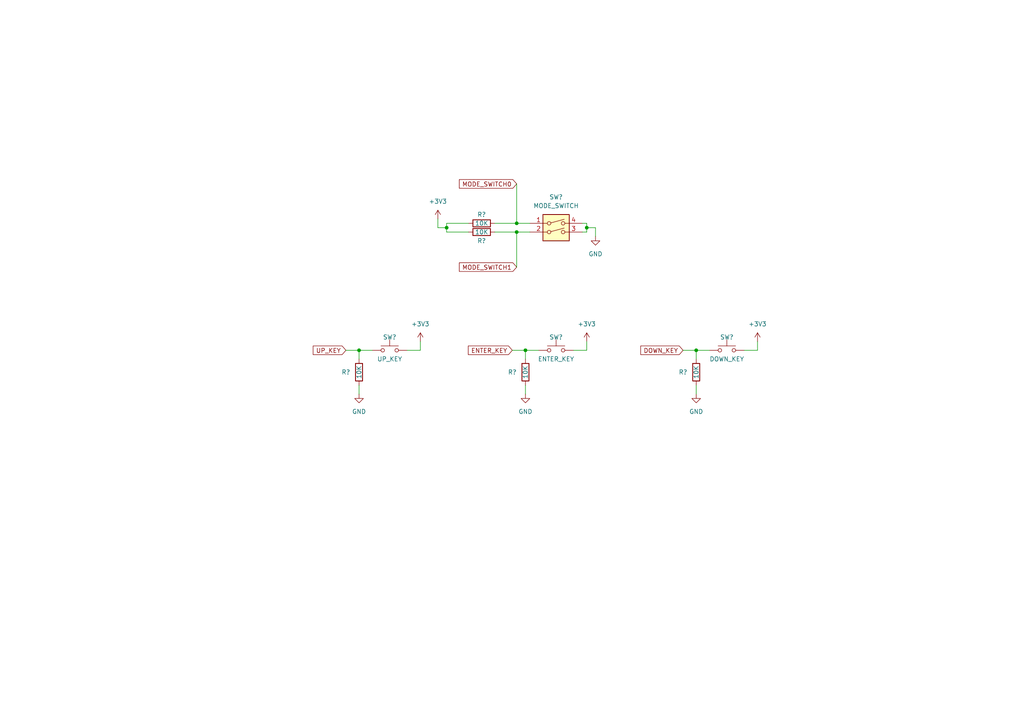
<source format=kicad_sch>
(kicad_sch (version 20230121) (generator eeschema)

  (uuid 035c806c-c357-4404-b932-956585fba178)

  (paper "A4")

  (title_block
    (title "ChronoVolt_Control")
    (date "2023-10-08")
    (rev "0.3")
    (company "Final Resolution")
  )

  (lib_symbols
    (symbol "Device:R" (pin_numbers hide) (pin_names (offset 0)) (in_bom yes) (on_board yes)
      (property "Reference" "R" (at 2.032 0 90)
        (effects (font (size 1.27 1.27)))
      )
      (property "Value" "R" (at 0 0 90)
        (effects (font (size 1.27 1.27)))
      )
      (property "Footprint" "" (at -1.778 0 90)
        (effects (font (size 1.27 1.27)) hide)
      )
      (property "Datasheet" "~" (at 0 0 0)
        (effects (font (size 1.27 1.27)) hide)
      )
      (property "ki_keywords" "R res resistor" (at 0 0 0)
        (effects (font (size 1.27 1.27)) hide)
      )
      (property "ki_description" "Resistor" (at 0 0 0)
        (effects (font (size 1.27 1.27)) hide)
      )
      (property "ki_fp_filters" "R_*" (at 0 0 0)
        (effects (font (size 1.27 1.27)) hide)
      )
      (symbol "R_0_1"
        (rectangle (start -1.016 -2.54) (end 1.016 2.54)
          (stroke (width 0.254) (type default))
          (fill (type none))
        )
      )
      (symbol "R_1_1"
        (pin passive line (at 0 3.81 270) (length 1.27)
          (name "~" (effects (font (size 1.27 1.27))))
          (number "1" (effects (font (size 1.27 1.27))))
        )
        (pin passive line (at 0 -3.81 90) (length 1.27)
          (name "~" (effects (font (size 1.27 1.27))))
          (number "2" (effects (font (size 1.27 1.27))))
        )
      )
    )
    (symbol "Switch:SW_DIP_x02" (pin_names (offset 0) hide) (in_bom yes) (on_board yes)
      (property "Reference" "SW" (at 0 6.35 0)
        (effects (font (size 1.27 1.27)))
      )
      (property "Value" "SW_DIP_x02" (at 0 -3.81 0)
        (effects (font (size 1.27 1.27)))
      )
      (property "Footprint" "" (at 0 0 0)
        (effects (font (size 1.27 1.27)) hide)
      )
      (property "Datasheet" "~" (at 0 0 0)
        (effects (font (size 1.27 1.27)) hide)
      )
      (property "ki_keywords" "dip switch" (at 0 0 0)
        (effects (font (size 1.27 1.27)) hide)
      )
      (property "ki_description" "2x DIP Switch, Single Pole Single Throw (SPST) switch, small symbol" (at 0 0 0)
        (effects (font (size 1.27 1.27)) hide)
      )
      (property "ki_fp_filters" "SW?DIP?x2*" (at 0 0 0)
        (effects (font (size 1.27 1.27)) hide)
      )
      (symbol "SW_DIP_x02_0_0"
        (circle (center -2.032 0) (radius 0.508)
          (stroke (width 0) (type default))
          (fill (type none))
        )
        (circle (center -2.032 2.54) (radius 0.508)
          (stroke (width 0) (type default))
          (fill (type none))
        )
        (polyline
          (pts
            (xy -1.524 0.127)
            (xy 2.3622 1.1684)
          )
          (stroke (width 0) (type default))
          (fill (type none))
        )
        (polyline
          (pts
            (xy -1.524 2.667)
            (xy 2.3622 3.7084)
          )
          (stroke (width 0) (type default))
          (fill (type none))
        )
        (circle (center 2.032 0) (radius 0.508)
          (stroke (width 0) (type default))
          (fill (type none))
        )
        (circle (center 2.032 2.54) (radius 0.508)
          (stroke (width 0) (type default))
          (fill (type none))
        )
      )
      (symbol "SW_DIP_x02_0_1"
        (rectangle (start -3.81 5.08) (end 3.81 -2.54)
          (stroke (width 0.254) (type default))
          (fill (type background))
        )
      )
      (symbol "SW_DIP_x02_1_1"
        (pin passive line (at -7.62 2.54 0) (length 5.08)
          (name "~" (effects (font (size 1.27 1.27))))
          (number "1" (effects (font (size 1.27 1.27))))
        )
        (pin passive line (at -7.62 0 0) (length 5.08)
          (name "~" (effects (font (size 1.27 1.27))))
          (number "2" (effects (font (size 1.27 1.27))))
        )
        (pin passive line (at 7.62 0 180) (length 5.08)
          (name "~" (effects (font (size 1.27 1.27))))
          (number "3" (effects (font (size 1.27 1.27))))
        )
        (pin passive line (at 7.62 2.54 180) (length 5.08)
          (name "~" (effects (font (size 1.27 1.27))))
          (number "4" (effects (font (size 1.27 1.27))))
        )
      )
    )
    (symbol "Switch:SW_Push" (pin_numbers hide) (pin_names (offset 1.016) hide) (in_bom yes) (on_board yes)
      (property "Reference" "SW" (at 1.27 2.54 0)
        (effects (font (size 1.27 1.27)) (justify left))
      )
      (property "Value" "SW_Push" (at 0 -1.524 0)
        (effects (font (size 1.27 1.27)))
      )
      (property "Footprint" "" (at 0 5.08 0)
        (effects (font (size 1.27 1.27)) hide)
      )
      (property "Datasheet" "~" (at 0 5.08 0)
        (effects (font (size 1.27 1.27)) hide)
      )
      (property "ki_keywords" "switch normally-open pushbutton push-button" (at 0 0 0)
        (effects (font (size 1.27 1.27)) hide)
      )
      (property "ki_description" "Push button switch, generic, two pins" (at 0 0 0)
        (effects (font (size 1.27 1.27)) hide)
      )
      (symbol "SW_Push_0_1"
        (circle (center -2.032 0) (radius 0.508)
          (stroke (width 0) (type default))
          (fill (type none))
        )
        (polyline
          (pts
            (xy 0 1.27)
            (xy 0 3.048)
          )
          (stroke (width 0) (type default))
          (fill (type none))
        )
        (polyline
          (pts
            (xy 2.54 1.27)
            (xy -2.54 1.27)
          )
          (stroke (width 0) (type default))
          (fill (type none))
        )
        (circle (center 2.032 0) (radius 0.508)
          (stroke (width 0) (type default))
          (fill (type none))
        )
        (pin passive line (at -5.08 0 0) (length 2.54)
          (name "1" (effects (font (size 1.27 1.27))))
          (number "1" (effects (font (size 1.27 1.27))))
        )
        (pin passive line (at 5.08 0 180) (length 2.54)
          (name "2" (effects (font (size 1.27 1.27))))
          (number "2" (effects (font (size 1.27 1.27))))
        )
      )
    )
    (symbol "power:+3V3" (power) (pin_names (offset 0)) (in_bom yes) (on_board yes)
      (property "Reference" "#PWR" (at 0 -3.81 0)
        (effects (font (size 1.27 1.27)) hide)
      )
      (property "Value" "+3V3" (at 0 3.556 0)
        (effects (font (size 1.27 1.27)))
      )
      (property "Footprint" "" (at 0 0 0)
        (effects (font (size 1.27 1.27)) hide)
      )
      (property "Datasheet" "" (at 0 0 0)
        (effects (font (size 1.27 1.27)) hide)
      )
      (property "ki_keywords" "global power" (at 0 0 0)
        (effects (font (size 1.27 1.27)) hide)
      )
      (property "ki_description" "Power symbol creates a global label with name \"+3V3\"" (at 0 0 0)
        (effects (font (size 1.27 1.27)) hide)
      )
      (symbol "+3V3_0_1"
        (polyline
          (pts
            (xy -0.762 1.27)
            (xy 0 2.54)
          )
          (stroke (width 0) (type default))
          (fill (type none))
        )
        (polyline
          (pts
            (xy 0 0)
            (xy 0 2.54)
          )
          (stroke (width 0) (type default))
          (fill (type none))
        )
        (polyline
          (pts
            (xy 0 2.54)
            (xy 0.762 1.27)
          )
          (stroke (width 0) (type default))
          (fill (type none))
        )
      )
      (symbol "+3V3_1_1"
        (pin power_in line (at 0 0 90) (length 0) hide
          (name "+3V3" (effects (font (size 1.27 1.27))))
          (number "1" (effects (font (size 1.27 1.27))))
        )
      )
    )
    (symbol "power:GND" (power) (pin_names (offset 0)) (in_bom yes) (on_board yes)
      (property "Reference" "#PWR" (at 0 -6.35 0)
        (effects (font (size 1.27 1.27)) hide)
      )
      (property "Value" "GND" (at 0 -3.81 0)
        (effects (font (size 1.27 1.27)))
      )
      (property "Footprint" "" (at 0 0 0)
        (effects (font (size 1.27 1.27)) hide)
      )
      (property "Datasheet" "" (at 0 0 0)
        (effects (font (size 1.27 1.27)) hide)
      )
      (property "ki_keywords" "global power" (at 0 0 0)
        (effects (font (size 1.27 1.27)) hide)
      )
      (property "ki_description" "Power symbol creates a global label with name \"GND\" , ground" (at 0 0 0)
        (effects (font (size 1.27 1.27)) hide)
      )
      (symbol "GND_0_1"
        (polyline
          (pts
            (xy 0 0)
            (xy 0 -1.27)
            (xy 1.27 -1.27)
            (xy 0 -2.54)
            (xy -1.27 -1.27)
            (xy 0 -1.27)
          )
          (stroke (width 0) (type default))
          (fill (type none))
        )
      )
      (symbol "GND_1_1"
        (pin power_in line (at 0 0 270) (length 0) hide
          (name "GND" (effects (font (size 1.27 1.27))))
          (number "1" (effects (font (size 1.27 1.27))))
        )
      )
    )
  )

  (junction (at 104.14 101.6) (diameter 0) (color 0 0 0 0)
    (uuid 09372967-533f-4c0f-be81-3214b3ec84bc)
  )
  (junction (at 129.54 66.04) (diameter 0) (color 0 0 0 0)
    (uuid 19d6db99-dda5-4b8c-82aa-18981bb47a1b)
  )
  (junction (at 152.4 101.6) (diameter 0) (color 0 0 0 0)
    (uuid 8d410fc0-9c66-4298-ab8c-5973666b1c75)
  )
  (junction (at 170.18 66.04) (diameter 0) (color 0 0 0 0)
    (uuid ba0675ac-d949-4fb6-81d2-fdfb14f742e9)
  )
  (junction (at 149.86 67.31) (diameter 0) (color 0 0 0 0)
    (uuid c1e5ff0b-1043-4ea9-9c55-20349d31f44f)
  )
  (junction (at 149.86 64.77) (diameter 0) (color 0 0 0 0)
    (uuid d414542a-eff8-427c-8f08-f0b51f3bb218)
  )
  (junction (at 201.93 101.6) (diameter 0) (color 0 0 0 0)
    (uuid e31067da-3522-4534-b214-f6451c1b982c)
  )

  (wire (pts (xy 100.33 101.6) (xy 104.14 101.6))
    (stroke (width 0) (type default))
    (uuid 04dec386-da61-4481-ad49-40f9fa4532a9)
  )
  (wire (pts (xy 170.18 66.04) (xy 172.72 66.04))
    (stroke (width 0) (type default))
    (uuid 0717d526-7722-484e-92d7-b5c7d21a3c47)
  )
  (wire (pts (xy 127 66.04) (xy 129.54 66.04))
    (stroke (width 0) (type default))
    (uuid 077db78f-973c-4f29-bf3f-1183771edaec)
  )
  (wire (pts (xy 170.18 64.77) (xy 170.18 66.04))
    (stroke (width 0) (type default))
    (uuid 0cae0fee-162d-4429-b3f7-3d7db227c8fa)
  )
  (wire (pts (xy 149.86 53.34) (xy 149.86 64.77))
    (stroke (width 0) (type default))
    (uuid 0e8491df-788d-4c1f-b1a8-1baf2fea08cb)
  )
  (wire (pts (xy 198.12 101.6) (xy 201.93 101.6))
    (stroke (width 0) (type default))
    (uuid 1994ff50-cbd7-4485-9d91-ab2cf38d261d)
  )
  (wire (pts (xy 168.91 67.31) (xy 170.18 67.31))
    (stroke (width 0) (type default))
    (uuid 1c6d6625-2573-40dd-94db-0610f0499003)
  )
  (wire (pts (xy 149.86 67.31) (xy 153.67 67.31))
    (stroke (width 0) (type default))
    (uuid 2c6421ee-11ff-41c8-82bd-b4ef7a0866d2)
  )
  (wire (pts (xy 135.89 64.77) (xy 129.54 64.77))
    (stroke (width 0) (type default))
    (uuid 30a4d8a9-81eb-4e54-aab2-321a3e611827)
  )
  (wire (pts (xy 166.37 101.6) (xy 170.18 101.6))
    (stroke (width 0) (type default))
    (uuid 4342aa8b-9c08-4fcc-9497-a79c2b97b350)
  )
  (wire (pts (xy 148.59 101.6) (xy 152.4 101.6))
    (stroke (width 0) (type default))
    (uuid 4f702667-b62b-445f-9c3a-1738beb22bc9)
  )
  (wire (pts (xy 143.51 67.31) (xy 149.86 67.31))
    (stroke (width 0) (type default))
    (uuid 517e4e31-c1a4-4b10-bc17-d202e2df0d61)
  )
  (wire (pts (xy 219.71 101.6) (xy 219.71 99.06))
    (stroke (width 0) (type default))
    (uuid 712a4dd3-cdd4-40b4-b408-3f612c7775dc)
  )
  (wire (pts (xy 152.4 101.6) (xy 152.4 104.14))
    (stroke (width 0) (type default))
    (uuid 76186865-3ed9-40e6-916c-a2308dc762c5)
  )
  (wire (pts (xy 215.9 101.6) (xy 219.71 101.6))
    (stroke (width 0) (type default))
    (uuid 77f1e718-9d4e-4940-b3c2-11dd302c32eb)
  )
  (wire (pts (xy 149.86 64.77) (xy 153.67 64.77))
    (stroke (width 0) (type default))
    (uuid 8479b9bc-9c0c-4554-951d-700165324b79)
  )
  (wire (pts (xy 118.11 101.6) (xy 121.92 101.6))
    (stroke (width 0) (type default))
    (uuid 85ffd08d-9fbd-47ff-baa9-4da03dd10b85)
  )
  (wire (pts (xy 152.4 101.6) (xy 156.21 101.6))
    (stroke (width 0) (type default))
    (uuid 8d904f3c-8f83-4d64-b479-edebf540bd5f)
  )
  (wire (pts (xy 129.54 66.04) (xy 129.54 67.31))
    (stroke (width 0) (type default))
    (uuid 9439b77c-1d25-4d86-884c-e1cacdf724d2)
  )
  (wire (pts (xy 129.54 67.31) (xy 135.89 67.31))
    (stroke (width 0) (type default))
    (uuid a16f460a-f2f8-4ec7-91e7-1cbe994b2b1a)
  )
  (wire (pts (xy 129.54 64.77) (xy 129.54 66.04))
    (stroke (width 0) (type default))
    (uuid a4653c71-16ec-48af-92ce-4d53e943d675)
  )
  (wire (pts (xy 127 63.5) (xy 127 66.04))
    (stroke (width 0) (type default))
    (uuid a4690e5e-67d7-4898-aec9-dce639c7d802)
  )
  (wire (pts (xy 201.93 111.76) (xy 201.93 114.3))
    (stroke (width 0) (type default))
    (uuid a5b90187-2e6f-4af5-989b-e1004d4f5a2f)
  )
  (wire (pts (xy 143.51 64.77) (xy 149.86 64.77))
    (stroke (width 0) (type default))
    (uuid badb6071-9200-49ee-b74a-5405e108357e)
  )
  (wire (pts (xy 149.86 67.31) (xy 149.86 77.47))
    (stroke (width 0) (type default))
    (uuid c451c053-f24e-4b59-871d-2c57978fd43b)
  )
  (wire (pts (xy 168.91 64.77) (xy 170.18 64.77))
    (stroke (width 0) (type default))
    (uuid c5a923f5-c124-40c8-b85d-972cee9c69e4)
  )
  (wire (pts (xy 170.18 66.04) (xy 170.18 67.31))
    (stroke (width 0) (type default))
    (uuid c87f3d98-d18a-4cf7-aab3-e7b645eb3fd9)
  )
  (wire (pts (xy 104.14 111.76) (xy 104.14 114.3))
    (stroke (width 0) (type default))
    (uuid d1ca5057-db9e-44c3-992d-601131d4d92d)
  )
  (wire (pts (xy 170.18 101.6) (xy 170.18 99.06))
    (stroke (width 0) (type default))
    (uuid d4dde473-1be1-433a-b8a4-d79d2a67d2f4)
  )
  (wire (pts (xy 104.14 101.6) (xy 107.95 101.6))
    (stroke (width 0) (type default))
    (uuid d7e24bf0-7dda-4737-9a19-11fe39a0bdab)
  )
  (wire (pts (xy 201.93 101.6) (xy 201.93 104.14))
    (stroke (width 0) (type default))
    (uuid d9bcbf04-fd7f-4329-b84b-563c162d4e6b)
  )
  (wire (pts (xy 201.93 101.6) (xy 205.74 101.6))
    (stroke (width 0) (type default))
    (uuid dc214c5f-753c-4d95-9890-b21aec11ca84)
  )
  (wire (pts (xy 121.92 101.6) (xy 121.92 99.06))
    (stroke (width 0) (type default))
    (uuid e5b7e402-828b-4645-8d67-ee103b338d1f)
  )
  (wire (pts (xy 172.72 68.58) (xy 172.72 66.04))
    (stroke (width 0) (type default))
    (uuid ec558e2a-db09-420f-890d-87d034d79635)
  )
  (wire (pts (xy 152.4 111.76) (xy 152.4 114.3))
    (stroke (width 0) (type default))
    (uuid ef3c7d0b-0470-4c33-b571-2aa5a11acda1)
  )
  (wire (pts (xy 104.14 101.6) (xy 104.14 104.14))
    (stroke (width 0) (type default))
    (uuid ef6d7fe4-f419-492f-80da-bab7b96df943)
  )

  (global_label "DOWN_KEY" (shape input) (at 198.12 101.6 180) (fields_autoplaced)
    (effects (font (size 1.27 1.27)) (justify right))
    (uuid 44aad026-f278-4642-b21b-fc60a67f3266)
    (property "Intersheetrefs" "${INTERSHEET_REFS}" (at 185.8493 101.5206 0)
      (effects (font (size 1.27 1.27)) (justify right))
    )
  )
  (global_label "UP_KEY" (shape input) (at 100.33 101.6 180) (fields_autoplaced)
    (effects (font (size 1.27 1.27)) (justify right))
    (uuid 91b9857a-b6d1-409e-88bb-0ae81e624a9b)
    (property "Intersheetrefs" "${INTERSHEET_REFS}" (at 90.8412 101.5206 0)
      (effects (font (size 1.27 1.27)) (justify right))
    )
  )
  (global_label "MODE_SWITCH1" (shape input) (at 149.86 77.47 180) (fields_autoplaced)
    (effects (font (size 1.27 1.27)) (justify right))
    (uuid c307594e-0e13-47ca-a5b6-c8bf6006d88c)
    (property "Intersheetrefs" "${INTERSHEET_REFS}" (at 133.235 77.3906 0)
      (effects (font (size 1.27 1.27)) (justify right))
    )
  )
  (global_label "MODE_SWITCH0" (shape input) (at 149.86 53.34 180) (fields_autoplaced)
    (effects (font (size 1.27 1.27)) (justify right))
    (uuid c9f9dce5-c831-4275-8775-9c29166e0d4b)
    (property "Intersheetrefs" "${INTERSHEET_REFS}" (at 133.235 53.2606 0)
      (effects (font (size 1.27 1.27)) (justify right))
    )
  )
  (global_label "ENTER_KEY" (shape input) (at 148.59 101.6 180) (fields_autoplaced)
    (effects (font (size 1.27 1.27)) (justify right))
    (uuid ced0475c-4afd-4aba-a336-bb83f07ee90f)
    (property "Intersheetrefs" "${INTERSHEET_REFS}" (at 135.3429 101.6 0)
      (effects (font (size 1.27 1.27)) (justify right))
    )
  )

  (symbol (lib_id "power:+3V3") (at 127 63.5 0) (unit 1)
    (in_bom yes) (on_board yes) (dnp no) (fields_autoplaced)
    (uuid 07652b56-873d-47a4-94a0-523fba6b5f0a)
    (property "Reference" "#PWR?" (at 127 67.31 0)
      (effects (font (size 1.27 1.27)) hide)
    )
    (property "Value" "+3V3" (at 127 58.42 0)
      (effects (font (size 1.27 1.27)))
    )
    (property "Footprint" "" (at 127 63.5 0)
      (effects (font (size 1.27 1.27)) hide)
    )
    (property "Datasheet" "" (at 127 63.5 0)
      (effects (font (size 1.27 1.27)) hide)
    )
    (pin "1" (uuid 0f984fa1-2e0c-4340-a2a7-16398b07c373))
    (instances
      (project "Slug-75"
        (path "/10ae08b6-c98d-4dca-bdd1-a6bdf826a88b/fc50fc01-b8d0-4389-8be8-2160b97d94b3"
          (reference "#PWR?") (unit 1)
        )
      )
      (project "ChronoVolt_Control"
        (path "/cceb3d39-99f1-4cc7-aa1d-f414cbebc8ea/8abcd0a2-67b8-4e2f-89b1-c04d6c17104c"
          (reference "#PWR079") (unit 1)
        )
      )
    )
  )

  (symbol (lib_id "Switch:SW_DIP_x02") (at 161.29 67.31 0) (unit 1)
    (in_bom yes) (on_board yes) (dnp no) (fields_autoplaced)
    (uuid 1ac8b3d0-71d4-42a3-ba41-20066c1738d5)
    (property "Reference" "SW?" (at 161.29 57.15 0)
      (effects (font (size 1.27 1.27)))
    )
    (property "Value" "MODE_SWITCH" (at 161.29 59.69 0)
      (effects (font (size 1.27 1.27)))
    )
    (property "Footprint" "Button_Switch_SMD:SW_DIP_SPSTx02_Slide_6.7x6.64mm_W8.61mm_P2.54mm_LowProfile" (at 161.29 67.31 0)
      (effects (font (size 1.27 1.27)) hide)
    )
    (property "Datasheet" "~" (at 161.29 67.31 0)
      (effects (font (size 1.27 1.27)) hide)
    )
    (pin "1" (uuid 8cf43d2b-fb84-43c9-b847-779fa2f54af5))
    (pin "2" (uuid 2bba9d91-48be-47a3-9d37-d438825806f0))
    (pin "3" (uuid a496021d-13cc-41de-b5de-6eab42afc367))
    (pin "4" (uuid 9ca83249-1d81-4f2a-820b-51e1b34a0719))
    (instances
      (project "Final_MIX-EXP"
        (path "/57d1654d-9c25-44d8-bc57-77f170ab94a5/9954bea2-fac6-4d73-97b3-363f005c9f3e"
          (reference "SW?") (unit 1)
        )
      )
      (project "ChronoVolt_Control"
        (path "/cceb3d39-99f1-4cc7-aa1d-f414cbebc8ea/8abcd0a2-67b8-4e2f-89b1-c04d6c17104c"
          (reference "SW6") (unit 1)
        )
      )
    )
  )

  (symbol (lib_id "power:GND") (at 152.4 114.3 0) (unit 1)
    (in_bom yes) (on_board yes) (dnp no) (fields_autoplaced)
    (uuid 29f2eae2-775c-4f0a-8010-b29a2acd35be)
    (property "Reference" "#PWR?" (at 152.4 120.65 0)
      (effects (font (size 1.27 1.27)) hide)
    )
    (property "Value" "GND" (at 152.4 119.38 0)
      (effects (font (size 1.27 1.27)))
    )
    (property "Footprint" "" (at 152.4 114.3 0)
      (effects (font (size 1.27 1.27)) hide)
    )
    (property "Datasheet" "" (at 152.4 114.3 0)
      (effects (font (size 1.27 1.27)) hide)
    )
    (pin "1" (uuid 134b7b87-ca2a-42d0-87d3-4fd165854184))
    (instances
      (project "Final_MIX-EXP"
        (path "/57d1654d-9c25-44d8-bc57-77f170ab94a5/9954bea2-fac6-4d73-97b3-363f005c9f3e"
          (reference "#PWR?") (unit 1)
        )
      )
      (project "ChronoVolt_Control"
        (path "/cceb3d39-99f1-4cc7-aa1d-f414cbebc8ea/8abcd0a2-67b8-4e2f-89b1-c04d6c17104c"
          (reference "#PWR080") (unit 1)
        )
      )
    )
  )

  (symbol (lib_id "power:+3V3") (at 219.71 99.06 0) (unit 1)
    (in_bom yes) (on_board yes) (dnp no) (fields_autoplaced)
    (uuid 409254d7-349b-406d-9d5f-c60b8f50f999)
    (property "Reference" "#PWR?" (at 219.71 102.87 0)
      (effects (font (size 1.27 1.27)) hide)
    )
    (property "Value" "+3V3" (at 219.71 93.98 0)
      (effects (font (size 1.27 1.27)))
    )
    (property "Footprint" "" (at 219.71 99.06 0)
      (effects (font (size 1.27 1.27)) hide)
    )
    (property "Datasheet" "" (at 219.71 99.06 0)
      (effects (font (size 1.27 1.27)) hide)
    )
    (pin "1" (uuid e9a8863f-fd8e-491b-b090-27e512af49e3))
    (instances
      (project "Slug-75"
        (path "/10ae08b6-c98d-4dca-bdd1-a6bdf826a88b/fc50fc01-b8d0-4389-8be8-2160b97d94b3"
          (reference "#PWR?") (unit 1)
        )
      )
      (project "ChronoVolt_Control"
        (path "/cceb3d39-99f1-4cc7-aa1d-f414cbebc8ea/8abcd0a2-67b8-4e2f-89b1-c04d6c17104c"
          (reference "#PWR084") (unit 1)
        )
      )
    )
  )

  (symbol (lib_id "Device:R") (at 152.4 107.95 0) (unit 1)
    (in_bom yes) (on_board yes) (dnp no)
    (uuid 540ca42f-a317-4433-98a1-8e62dd9d7f3f)
    (property "Reference" "R?" (at 148.59 107.95 0)
      (effects (font (size 1.27 1.27)))
    )
    (property "Value" "10K" (at 152.4 107.95 90)
      (effects (font (size 1.27 1.27)))
    )
    (property "Footprint" "Resistor_SMD:R_0603_1608Metric" (at 150.622 107.95 90)
      (effects (font (size 1.27 1.27)) hide)
    )
    (property "Datasheet" "~" (at 152.4 107.95 0)
      (effects (font (size 1.27 1.27)) hide)
    )
    (pin "1" (uuid dd688f89-808e-4515-ae24-d380fd3b66b0))
    (pin "2" (uuid 404c3101-a208-4ea2-be6d-c059fde75a7c))
    (instances
      (project "Final_MIX-EXP"
        (path "/57d1654d-9c25-44d8-bc57-77f170ab94a5/9954bea2-fac6-4d73-97b3-363f005c9f3e"
          (reference "R?") (unit 1)
        )
      )
      (project "ChronoVolt_Control"
        (path "/cceb3d39-99f1-4cc7-aa1d-f414cbebc8ea/8abcd0a2-67b8-4e2f-89b1-c04d6c17104c"
          (reference "R39") (unit 1)
        )
      )
    )
  )

  (symbol (lib_id "power:+3V3") (at 121.92 99.06 0) (unit 1)
    (in_bom yes) (on_board yes) (dnp no) (fields_autoplaced)
    (uuid 566c564d-48ac-414b-9e39-088f64c81c96)
    (property "Reference" "#PWR?" (at 121.92 102.87 0)
      (effects (font (size 1.27 1.27)) hide)
    )
    (property "Value" "+3V3" (at 121.92 93.98 0)
      (effects (font (size 1.27 1.27)))
    )
    (property "Footprint" "" (at 121.92 99.06 0)
      (effects (font (size 1.27 1.27)) hide)
    )
    (property "Datasheet" "" (at 121.92 99.06 0)
      (effects (font (size 1.27 1.27)) hide)
    )
    (pin "1" (uuid 13c6fe16-b695-4727-91c6-176b535a0128))
    (instances
      (project "Slug-75"
        (path "/10ae08b6-c98d-4dca-bdd1-a6bdf826a88b/fc50fc01-b8d0-4389-8be8-2160b97d94b3"
          (reference "#PWR?") (unit 1)
        )
      )
      (project "ChronoVolt_Control"
        (path "/cceb3d39-99f1-4cc7-aa1d-f414cbebc8ea/8abcd0a2-67b8-4e2f-89b1-c04d6c17104c"
          (reference "#PWR078") (unit 1)
        )
      )
    )
  )

  (symbol (lib_id "power:GND") (at 104.14 114.3 0) (unit 1)
    (in_bom yes) (on_board yes) (dnp no)
    (uuid 6487e354-24f6-464d-83ba-ff3b889c0d35)
    (property "Reference" "#PWR?" (at 104.14 120.65 0)
      (effects (font (size 1.27 1.27)) hide)
    )
    (property "Value" "GND" (at 104.14 119.38 0)
      (effects (font (size 1.27 1.27)))
    )
    (property "Footprint" "" (at 104.14 114.3 0)
      (effects (font (size 1.27 1.27)) hide)
    )
    (property "Datasheet" "" (at 104.14 114.3 0)
      (effects (font (size 1.27 1.27)) hide)
    )
    (pin "1" (uuid 0689f40f-81bf-4a50-a3e5-0cacc4b5525c))
    (instances
      (project "Final_MIX-EXP"
        (path "/57d1654d-9c25-44d8-bc57-77f170ab94a5/9954bea2-fac6-4d73-97b3-363f005c9f3e"
          (reference "#PWR?") (unit 1)
        )
      )
      (project "ChronoVolt_Control"
        (path "/cceb3d39-99f1-4cc7-aa1d-f414cbebc8ea/8abcd0a2-67b8-4e2f-89b1-c04d6c17104c"
          (reference "#PWR077") (unit 1)
        )
      )
    )
  )

  (symbol (lib_id "Device:R") (at 139.7 67.31 270) (unit 1)
    (in_bom yes) (on_board yes) (dnp no)
    (uuid 64eb50d2-d794-4cf4-9ff8-1dc9323ba432)
    (property "Reference" "R?" (at 139.7 69.85 90)
      (effects (font (size 1.27 1.27)))
    )
    (property "Value" "10K" (at 139.7 67.31 90)
      (effects (font (size 1.27 1.27)))
    )
    (property "Footprint" "Resistor_SMD:R_0603_1608Metric" (at 139.7 65.532 90)
      (effects (font (size 1.27 1.27)) hide)
    )
    (property "Datasheet" "~" (at 139.7 67.31 0)
      (effects (font (size 1.27 1.27)) hide)
    )
    (pin "1" (uuid 848fb172-572f-4bc5-aefa-36980856991b))
    (pin "2" (uuid 6355f3e7-aa94-49c6-970e-96102b9d696f))
    (instances
      (project "Final_MIX-EXP"
        (path "/57d1654d-9c25-44d8-bc57-77f170ab94a5/9954bea2-fac6-4d73-97b3-363f005c9f3e"
          (reference "R?") (unit 1)
        )
      )
      (project "ChronoVolt_Control"
        (path "/cceb3d39-99f1-4cc7-aa1d-f414cbebc8ea/8abcd0a2-67b8-4e2f-89b1-c04d6c17104c"
          (reference "R38") (unit 1)
        )
      )
    )
  )

  (symbol (lib_id "Device:R") (at 139.7 64.77 270) (unit 1)
    (in_bom yes) (on_board yes) (dnp no)
    (uuid 65eb409c-f2ad-478d-8837-23a04616fd2f)
    (property "Reference" "R?" (at 139.7 62.23 90)
      (effects (font (size 1.27 1.27)))
    )
    (property "Value" "10K" (at 139.7 64.77 90)
      (effects (font (size 1.27 1.27)))
    )
    (property "Footprint" "Resistor_SMD:R_0603_1608Metric" (at 139.7 62.992 90)
      (effects (font (size 1.27 1.27)) hide)
    )
    (property "Datasheet" "~" (at 139.7 64.77 0)
      (effects (font (size 1.27 1.27)) hide)
    )
    (pin "1" (uuid f7278457-8edf-48da-b105-2897987b30ea))
    (pin "2" (uuid dce34e20-0058-4e40-a083-edd177cef5eb))
    (instances
      (project "Final_MIX-EXP"
        (path "/57d1654d-9c25-44d8-bc57-77f170ab94a5/9954bea2-fac6-4d73-97b3-363f005c9f3e"
          (reference "R?") (unit 1)
        )
      )
      (project "ChronoVolt_Control"
        (path "/cceb3d39-99f1-4cc7-aa1d-f414cbebc8ea/8abcd0a2-67b8-4e2f-89b1-c04d6c17104c"
          (reference "R37") (unit 1)
        )
      )
    )
  )

  (symbol (lib_id "power:+3V3") (at 170.18 99.06 0) (unit 1)
    (in_bom yes) (on_board yes) (dnp no) (fields_autoplaced)
    (uuid 6e505e3e-01f4-4682-af81-0b932e642674)
    (property "Reference" "#PWR?" (at 170.18 102.87 0)
      (effects (font (size 1.27 1.27)) hide)
    )
    (property "Value" "+3V3" (at 170.18 93.98 0)
      (effects (font (size 1.27 1.27)))
    )
    (property "Footprint" "" (at 170.18 99.06 0)
      (effects (font (size 1.27 1.27)) hide)
    )
    (property "Datasheet" "" (at 170.18 99.06 0)
      (effects (font (size 1.27 1.27)) hide)
    )
    (pin "1" (uuid 8b902de2-202b-40f0-9c27-2a9da1a4bc53))
    (instances
      (project "Slug-75"
        (path "/10ae08b6-c98d-4dca-bdd1-a6bdf826a88b/fc50fc01-b8d0-4389-8be8-2160b97d94b3"
          (reference "#PWR?") (unit 1)
        )
      )
      (project "ChronoVolt_Control"
        (path "/cceb3d39-99f1-4cc7-aa1d-f414cbebc8ea/8abcd0a2-67b8-4e2f-89b1-c04d6c17104c"
          (reference "#PWR081") (unit 1)
        )
      )
    )
  )

  (symbol (lib_id "Switch:SW_Push") (at 161.29 101.6 0) (unit 1)
    (in_bom yes) (on_board yes) (dnp no)
    (uuid 7247e29b-2493-4dcb-a2bb-38165cd635fd)
    (property "Reference" "SW?" (at 161.29 97.79 0)
      (effects (font (size 1.27 1.27)))
    )
    (property "Value" "ENTER_KEY" (at 161.29 104.14 0)
      (effects (font (size 1.27 1.27)))
    )
    (property "Footprint" "Button_Switch_SMD:SW_SPST_TL3342" (at 161.29 96.52 0)
      (effects (font (size 1.27 1.27)) hide)
    )
    (property "Datasheet" "~" (at 161.29 96.52 0)
      (effects (font (size 1.27 1.27)) hide)
    )
    (pin "1" (uuid 10411df8-1bec-4f09-afe9-db13032235f3))
    (pin "2" (uuid 5b67c466-b0f8-40a9-b564-3a579f694e02))
    (instances
      (project "Final_MIX-EXP"
        (path "/57d1654d-9c25-44d8-bc57-77f170ab94a5/9954bea2-fac6-4d73-97b3-363f005c9f3e"
          (reference "SW?") (unit 1)
        )
      )
      (project "ChronoVolt_Control"
        (path "/cceb3d39-99f1-4cc7-aa1d-f414cbebc8ea/8abcd0a2-67b8-4e2f-89b1-c04d6c17104c"
          (reference "SW7") (unit 1)
        )
      )
    )
  )

  (symbol (lib_id "Device:R") (at 201.93 107.95 0) (unit 1)
    (in_bom yes) (on_board yes) (dnp no)
    (uuid 8f07dbd2-1ae9-44c6-a3f3-60625aa665c7)
    (property "Reference" "R?" (at 198.12 107.95 0)
      (effects (font (size 1.27 1.27)))
    )
    (property "Value" "10K" (at 201.93 107.95 90)
      (effects (font (size 1.27 1.27)))
    )
    (property "Footprint" "Resistor_SMD:R_0603_1608Metric" (at 200.152 107.95 90)
      (effects (font (size 1.27 1.27)) hide)
    )
    (property "Datasheet" "~" (at 201.93 107.95 0)
      (effects (font (size 1.27 1.27)) hide)
    )
    (pin "1" (uuid a23a3bee-50ff-4742-85de-d11472bd6ae6))
    (pin "2" (uuid bb4c43d1-2f4e-46fd-9ddf-cd8a216d1f19))
    (instances
      (project "Final_MIX-EXP"
        (path "/57d1654d-9c25-44d8-bc57-77f170ab94a5/9954bea2-fac6-4d73-97b3-363f005c9f3e"
          (reference "R?") (unit 1)
        )
      )
      (project "ChronoVolt_Control"
        (path "/cceb3d39-99f1-4cc7-aa1d-f414cbebc8ea/8abcd0a2-67b8-4e2f-89b1-c04d6c17104c"
          (reference "R40") (unit 1)
        )
      )
    )
  )

  (symbol (lib_id "Switch:SW_Push") (at 210.82 101.6 0) (unit 1)
    (in_bom yes) (on_board yes) (dnp no)
    (uuid 9b684390-5f57-4c09-b6b3-f1ca519b46da)
    (property "Reference" "SW?" (at 210.82 97.79 0)
      (effects (font (size 1.27 1.27)))
    )
    (property "Value" "DOWN_KEY" (at 210.82 104.14 0)
      (effects (font (size 1.27 1.27)))
    )
    (property "Footprint" "Button_Switch_SMD:SW_SPST_TL3342" (at 210.82 96.52 0)
      (effects (font (size 1.27 1.27)) hide)
    )
    (property "Datasheet" "~" (at 210.82 96.52 0)
      (effects (font (size 1.27 1.27)) hide)
    )
    (pin "1" (uuid b2810777-8f30-4bf0-8b7a-078176f4e0d1))
    (pin "2" (uuid 33e4fd92-a5de-4361-95d7-e728e210c8dc))
    (instances
      (project "Final_MIX-EXP"
        (path "/57d1654d-9c25-44d8-bc57-77f170ab94a5/9954bea2-fac6-4d73-97b3-363f005c9f3e"
          (reference "SW?") (unit 1)
        )
      )
      (project "ChronoVolt_Control"
        (path "/cceb3d39-99f1-4cc7-aa1d-f414cbebc8ea/8abcd0a2-67b8-4e2f-89b1-c04d6c17104c"
          (reference "SW8") (unit 1)
        )
      )
    )
  )

  (symbol (lib_id "Switch:SW_Push") (at 113.03 101.6 0) (unit 1)
    (in_bom yes) (on_board yes) (dnp no)
    (uuid ae73bd27-0db8-4d3c-9f3a-77e7b103f86b)
    (property "Reference" "SW?" (at 113.03 97.79 0)
      (effects (font (size 1.27 1.27)))
    )
    (property "Value" "UP_KEY" (at 113.03 104.14 0)
      (effects (font (size 1.27 1.27)))
    )
    (property "Footprint" "Button_Switch_SMD:SW_SPST_TL3342" (at 113.03 96.52 0)
      (effects (font (size 1.27 1.27)) hide)
    )
    (property "Datasheet" "~" (at 113.03 96.52 0)
      (effects (font (size 1.27 1.27)) hide)
    )
    (pin "1" (uuid 8eb0ebd6-74b3-4351-9664-9519af44356d))
    (pin "2" (uuid 7ea9d981-972e-47e7-9bca-8ad8fb937641))
    (instances
      (project "Final_MIX-EXP"
        (path "/57d1654d-9c25-44d8-bc57-77f170ab94a5/9954bea2-fac6-4d73-97b3-363f005c9f3e"
          (reference "SW?") (unit 1)
        )
      )
      (project "ChronoVolt_Control"
        (path "/cceb3d39-99f1-4cc7-aa1d-f414cbebc8ea/8abcd0a2-67b8-4e2f-89b1-c04d6c17104c"
          (reference "SW5") (unit 1)
        )
      )
    )
  )

  (symbol (lib_id "power:GND") (at 201.93 114.3 0) (unit 1)
    (in_bom yes) (on_board yes) (dnp no) (fields_autoplaced)
    (uuid d2a93ea0-734a-4149-b48a-f1bc38f294f7)
    (property "Reference" "#PWR?" (at 201.93 120.65 0)
      (effects (font (size 1.27 1.27)) hide)
    )
    (property "Value" "GND" (at 201.93 119.38 0)
      (effects (font (size 1.27 1.27)))
    )
    (property "Footprint" "" (at 201.93 114.3 0)
      (effects (font (size 1.27 1.27)) hide)
    )
    (property "Datasheet" "" (at 201.93 114.3 0)
      (effects (font (size 1.27 1.27)) hide)
    )
    (pin "1" (uuid 9d680090-3c89-46d7-982d-51c05236ca3a))
    (instances
      (project "Final_MIX-EXP"
        (path "/57d1654d-9c25-44d8-bc57-77f170ab94a5/9954bea2-fac6-4d73-97b3-363f005c9f3e"
          (reference "#PWR?") (unit 1)
        )
      )
      (project "ChronoVolt_Control"
        (path "/cceb3d39-99f1-4cc7-aa1d-f414cbebc8ea/8abcd0a2-67b8-4e2f-89b1-c04d6c17104c"
          (reference "#PWR083") (unit 1)
        )
      )
    )
  )

  (symbol (lib_id "power:GND") (at 172.72 68.58 0) (unit 1)
    (in_bom yes) (on_board yes) (dnp no) (fields_autoplaced)
    (uuid f31969e8-e5e4-4e9d-9d26-b59fceac9884)
    (property "Reference" "#PWR?" (at 172.72 74.93 0)
      (effects (font (size 1.27 1.27)) hide)
    )
    (property "Value" "GND" (at 172.72 73.66 0)
      (effects (font (size 1.27 1.27)))
    )
    (property "Footprint" "" (at 172.72 68.58 0)
      (effects (font (size 1.27 1.27)) hide)
    )
    (property "Datasheet" "" (at 172.72 68.58 0)
      (effects (font (size 1.27 1.27)) hide)
    )
    (pin "1" (uuid d0131686-09c0-460a-bd49-3b472770f8c4))
    (instances
      (project "Final_MIX-EXP"
        (path "/57d1654d-9c25-44d8-bc57-77f170ab94a5/9954bea2-fac6-4d73-97b3-363f005c9f3e"
          (reference "#PWR?") (unit 1)
        )
      )
      (project "ChronoVolt_Control"
        (path "/cceb3d39-99f1-4cc7-aa1d-f414cbebc8ea/8abcd0a2-67b8-4e2f-89b1-c04d6c17104c"
          (reference "#PWR082") (unit 1)
        )
      )
    )
  )

  (symbol (lib_id "Device:R") (at 104.14 107.95 0) (unit 1)
    (in_bom yes) (on_board yes) (dnp no)
    (uuid f7065f89-57cd-46bd-85c6-efde074528c2)
    (property "Reference" "R?" (at 100.33 107.95 0)
      (effects (font (size 1.27 1.27)))
    )
    (property "Value" "10K" (at 104.14 107.95 90)
      (effects (font (size 1.27 1.27)))
    )
    (property "Footprint" "Resistor_SMD:R_0603_1608Metric" (at 102.362 107.95 90)
      (effects (font (size 1.27 1.27)) hide)
    )
    (property "Datasheet" "~" (at 104.14 107.95 0)
      (effects (font (size 1.27 1.27)) hide)
    )
    (pin "1" (uuid e0e6e4d9-3cb1-4bf9-a76b-853f0eed84a0))
    (pin "2" (uuid 2e09d3dd-6d69-4eab-8135-6afbe335d63c))
    (instances
      (project "Final_MIX-EXP"
        (path "/57d1654d-9c25-44d8-bc57-77f170ab94a5/9954bea2-fac6-4d73-97b3-363f005c9f3e"
          (reference "R?") (unit 1)
        )
      )
      (project "ChronoVolt_Control"
        (path "/cceb3d39-99f1-4cc7-aa1d-f414cbebc8ea/8abcd0a2-67b8-4e2f-89b1-c04d6c17104c"
          (reference "R36") (unit 1)
        )
      )
    )
  )
)

</source>
